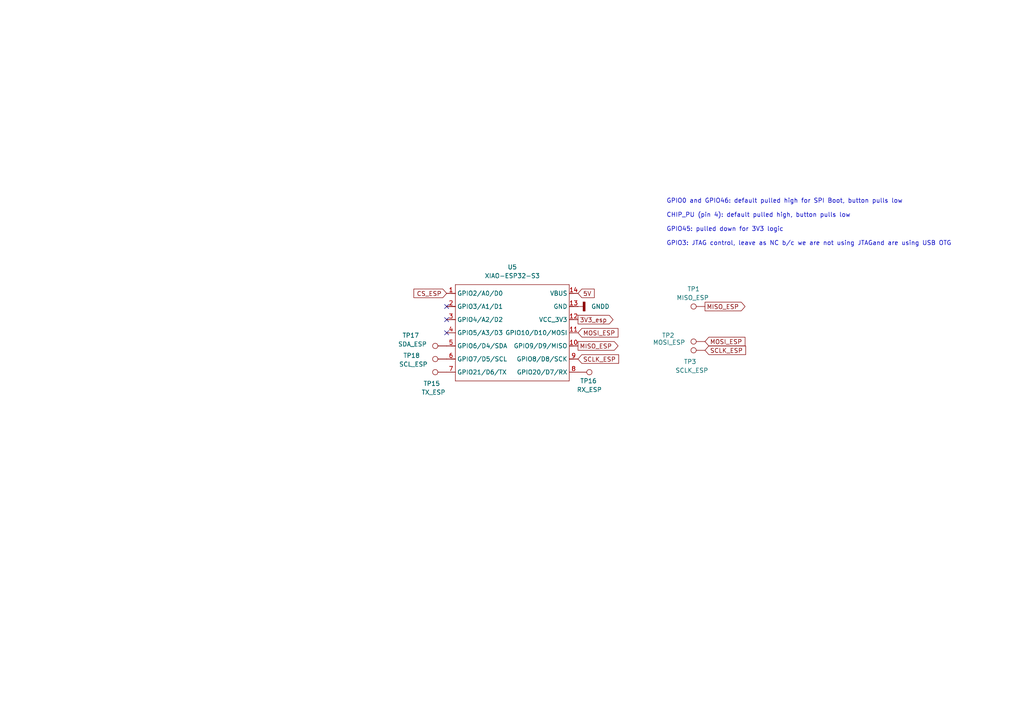
<source format=kicad_sch>
(kicad_sch (version 20250114) (generator "eeschema") (generator_version "9.0")
  (paper "A4")
  (lib_symbols
    (symbol "22XT_Main_v2:XIAO-ESP32-C3-DIP"
      (property "Reference" "U" (at 1.016 2.794 0))
      (property "Value" "XIAO-ESP32-C3-DIP" (at 7.62 1.016 0))
      (symbol "XIAO-ESP32-C3-DIP_1_0"
        (polyline (pts (xy 0 0) (xy 33.02 0)) (stroke (width 0.1524)))
        (polyline (pts (xy 0 -2.54) (xy -1.27 -2.54)) (stroke (width 0.1524)))
        (polyline (pts (xy 0 -2.54) (xy 0 0)) (stroke (width 0.1524)))
        (polyline (pts (xy 0 -6.35) (xy -1.27 -6.35)) (stroke (width 0.1524)))
        (polyline (pts (xy 0 -6.35) (xy 0 -2.54)) (stroke (width 0.1524)))
        (polyline (pts (xy 0 -10.16) (xy -1.27 -10.16)) (stroke (width 0.1524)))
        (polyline (pts (xy 0 -10.16) (xy 0 -6.35)) (stroke (width 0.1524)))
        (polyline (pts (xy 0 -13.97) (xy -1.27 -13.97)) (stroke (width 0.1524)))
        (polyline (pts (xy 0 -13.97) (xy 0 -10.16)) (stroke (width 0.1524)))
        (polyline (pts (xy 0 -17.78) (xy -1.27 -17.78)) (stroke (width 0.1524)))
        (polyline (pts (xy 0 -21.59) (xy -1.27 -21.59)) (stroke (width 0.1524)))
        (polyline (pts (xy 0 -25.4) (xy -1.27 -25.4)) (stroke (width 0.1524)))
        (polyline (pts (xy 0 -27.94) (xy 0 -13.97)) (stroke (width 0.1524)))
        (polyline (pts (xy 33.02 0) (xy 33.02 -2.54)) (stroke (width 0.1524)))
        (polyline (pts (xy 33.02 -2.54) (xy 33.02 -6.35)) (stroke (width 0.1524)))
        (polyline (pts (xy 33.02 -6.35) (xy 33.02 -10.16)) (stroke (width 0.1524)))
        (polyline (pts (xy 33.02 -10.16) (xy 33.02 -27.94)) (stroke (width 0.1524)))
        (polyline (pts (xy 33.02 -27.94) (xy 0 -27.94)) (stroke (width 0.1524)))
        (polyline (pts (xy 34.29 -2.54) (xy 33.02 -2.54)) (stroke (width 0.1524)))
        (polyline (pts (xy 34.29 -6.35) (xy 33.02 -6.35)) (stroke (width 0.1524)))
        (polyline (pts (xy 34.29 -10.16) (xy 33.02 -10.16)) (stroke (width 0.1524)))
        (polyline (pts (xy 34.29 -13.97) (xy 33.02 -13.97)) (stroke (width 0.1524)))
        (polyline (pts (xy 34.29 -17.78) (xy 33.02 -17.78)) (stroke (width 0.1524)))
        (polyline (pts (xy 34.29 -21.59) (xy 33.02 -21.59)) (stroke (width 0.1524)))
        (polyline (pts (xy 34.29 -25.4) (xy 33.02 -25.4)) (stroke (width 0.1524)))
        (pin passive line (at -2.54 -2.54 0) (length 2.54) (name "GPIO2/A0/D0") (number "1"))
        (pin passive line (at -2.54 -6.35 0) (length 2.54) (name "GPIO3/A1/D1") (number "2"))
        (pin passive line (at -2.54 -10.16 0) (length 2.54) (name "GPIO4/A2/D2") (number "3"))
        (pin passive line (at -2.54 -13.97 0) (length 2.54) (name "GPIO5/A3/D3") (number "4"))
        (pin passive line (at -2.54 -17.78 0) (length 2.54) (name "GPIO6/D4/SDA") (number "5"))
        (pin passive line (at -2.54 -21.59 0) (length 2.54) (name "GPIO7/D5/SCL") (number "6"))
        (pin passive line (at -2.54 -25.4 0) (length 2.54) (name "GPIO21/D6/TX") (number "7"))
        (pin passive line (at 35.56 -2.54 180) (length 2.54) (name "VBUS") (number "14"))
        (pin passive line (at 35.56 -6.35 180) (length 2.54) (name "GND") (number "13"))
        (pin passive line (at 35.56 -10.16 180) (length 2.54) (name "VCC_3V3") (number "12"))
        (pin passive line (at 35.56 -13.97 180) (length 2.54) (name "GPIO10/D10/MOSI") (number "11"))
        (pin passive line (at 35.56 -17.78 180) (length 2.54) (name "GPIO9/D9/MISO") (number "10"))
        (pin passive line (at 35.56 -21.59 180) (length 2.54) (name "GPIO8/D8/SCK") (number "9"))
        (pin passive line (at 35.56 -25.4 180) (length 2.54) (name "GPIO20/D7/RX") (number "8"))
      )
    )
    (symbol "Connector:TestPoint" (pin_numbers (hide yes)) (pin_names (offset 0.762) (hide yes))
      (property "Reference" "TP" (at 0 6.858 0))
      (property "Value" "TestPoint" (at 0 5.08 0))
      (symbol "TestPoint_0_1"
        (circle (center 0 3.302) (radius 0.762))
      )
      (symbol "TestPoint_1_1"
        (pin passive line (at 0 0 90) (length 2.54) (name "1") (number "1"))
      )
    )
    (symbol "power:GNDD" (power) (pin_numbers (hide yes)) (pin_names (offset 0) (hide yes))
      (property "Value" "GNDD" (at 0 -3.175 0))
      (symbol "GNDD_0_1"
        (rectangle (start -1.27 -1.524) (end 1.27 -2.032) (stroke (width 0.254)) (fill (type outline)))
        (polyline (pts (xy 0 0) (xy 0 -1.524)))
      )
      (symbol "GNDD_1_1"
        (pin power_in line (at 0 0 270) (length 0) (name "~") (number "1"))
      )
    )
  )
  (text "GPIO0 and GPIO46: default pulled high for SPI Boot, button pulls low\n\nCHIP_PU (pin 4): default pulled high, button pulls low\n\nGPIO45: pulled down for 3V3 logic\n\nGPIO3: JTAG control, leave as NC b/c we are not using JTAGand are using USB OTG " (at 193.294 64.516 0) (effects (font (size 1.27 1.27)) (justify left)))
  (no_connect (at 129.54 92.71))
  (no_connect (at 129.54 88.9))
  (no_connect (at 129.54 96.52))
  (global_label "MISO_ESP" (shape output) (at 204.47 88.9 0) (property "Intersheetrefs" "${INTERSHEET_REFS}" (effects (hide yes))))
  (global_label "MOSI_ESP" (shape input) (at 204.47 99.06 0) (property "Intersheetrefs" "${INTERSHEET_REFS}" (effects (hide yes))))
  (global_label "3V3_esp" (shape output) (at 167.64 92.71 0) (property "Intersheetrefs" "${INTERSHEET_REFS}" (effects (hide yes))))
  (global_label "MOSI_ESP" (shape input) (at 167.64 96.52 0) (property "Intersheetrefs" "${INTERSHEET_REFS}" (effects (hide yes))))
  (global_label "SCLK_ESP" (shape input) (at 204.47 101.6 0) (property "Intersheetrefs" "${INTERSHEET_REFS}" (effects (hide yes))))
  (global_label "CS_ESP" (shape input) (at 129.54 85.09 180) (property "Intersheetrefs" "${INTERSHEET_REFS}" (effects (hide yes))))
  (global_label "5V" (shape input) (at 167.64 85.09 0) (property "Intersheetrefs" "${INTERSHEET_REFS}" (effects (hide yes))))
  (global_label "MISO_ESP" (shape output) (at 167.64 100.33 0) (property "Intersheetrefs" "${INTERSHEET_REFS}" (effects (hide yes))))
  (global_label "SCLK_ESP" (shape input) (at 167.64 104.14 0) (property "Intersheetrefs" "${INTERSHEET_REFS}" (effects (hide yes))))
  (symbol (lib_id "Connector:TestPoint") (at 129.54 104.14 90) (unit 1)
    (property "Reference" "TP18" (at 119.38 103.124 90))
    (property "Value" "SCL_ESP" (at 119.888 105.664 90))
    (property "Footprint" "TestPoint:TestPoint_Pad_1.0x1.0mm" (effects (hide yes)))
    (property "Description" "test point" (effects (hide yes)))
  )
  (symbol (lib_id "Connector:TestPoint") (at 204.47 88.9 90) (unit 1)
    (property "Reference" "TP1" (at 201.168 83.82 90))
    (property "Value" "MISO_ESP" (at 200.914 86.36 90))
    (property "Footprint" "TestPoint:TestPoint_Pad_1.0x1.0mm" (effects (hide yes)))
    (property "Description" "test point" (effects (hide yes)))
  )
  (symbol (lib_id "Connector:TestPoint") (at 204.47 101.6 90) (unit 1)
    (property "Reference" "TP3" (at 200.152 104.902 90))
    (property "Value" "SCLK_ESP" (at 200.66 107.442 90))
    (property "Footprint" "TestPoint:TestPoint_Pad_1.0x1.0mm" (effects (hide yes)))
    (property "Description" "test point" (effects (hide yes)))
  )
  (symbol (lib_id "Connector:TestPoint") (at 129.54 107.95 90) (unit 1)
    (property "Reference" "TP15" (at 125.222 111.252 90))
    (property "Value" "TX_ESP" (at 125.73 113.792 90))
    (property "Footprint" "TestPoint:TestPoint_Pad_1.0x1.0mm" (effects (hide yes)))
    (property "Description" "test point" (effects (hide yes)))
  )
  (symbol (lib_id "22XT_Main_v2:XIAO-ESP32-C3-DIP") (at 132.08 82.55 0) (unit 1)
    (property "Reference" "U5" (at 148.59 77.47 0))
    (property "Value" "XIAO-ESP32-S3" (at 148.59 80.01 0))
    (property "Footprint" "22XT_Main:XIAO-ESP32S3-SMD" (effects (hide yes)))
  )
  (symbol (lib_id "Connector:TestPoint") (at 204.47 99.06 90) (unit 1)
    (property "Reference" "TP2" (at 193.802 97.282 90))
    (property "Value" "MOSI_ESP" (at 194.056 99.314 90))
    (property "Footprint" "TestPoint:TestPoint_Pad_1.0x1.0mm" (effects (hide yes)))
    (property "Description" "test point" (effects (hide yes)))
  )
  (symbol (lib_id "Connector:TestPoint") (at 129.54 100.33 90) (unit 1)
    (property "Reference" "TP17" (at 119.126 97.282 90))
    (property "Value" "SDA_ESP" (at 119.634 99.822 90))
    (property "Footprint" "TestPoint:TestPoint_Pad_1.0x1.0mm" (effects (hide yes)))
    (property "Description" "test point" (effects (hide yes)))
  )
  (symbol (lib_id "power:GNDD") (at 167.64 88.9 90) (unit 1)
    (property "Reference" "#PWR032" (effects (hide yes)))
    (property "Value" "GNDD" (at 171.45 88.8999 90) (effects (justify right)))
    (property "Description" "Power symbol creates a global label with name \"GNDD\" , digital ground" (effects (hide yes)))
  )
  (symbol (lib_id "Connector:TestPoint") (at 167.64 107.95 270) (unit 1)
    (property "Reference" "TP16" (at 170.688 110.49 90))
    (property "Value" "RX_ESP" (at 170.942 113.03 90))
    (property "Footprint" "TestPoint:TestPoint_Pad_1.0x1.0mm" (effects (hide yes)))
    (property "Description" "test point" (effects (hide yes)))
  )
)
</source>
